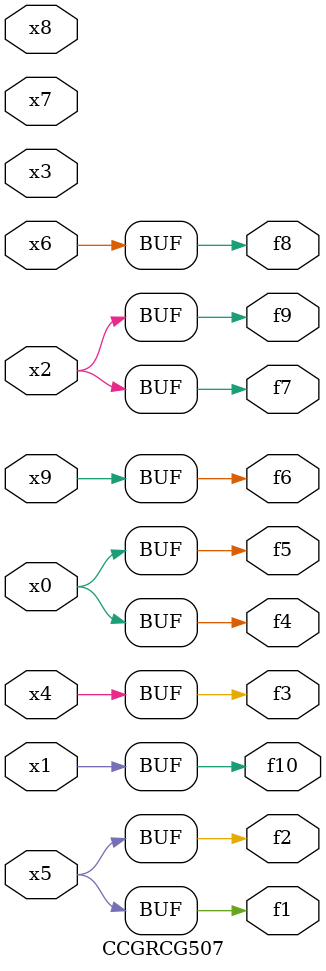
<source format=v>
module CCGRCG507(
	input x0, x1, x2, x3, x4, x5, x6, x7, x8, x9,
	output f1, f2, f3, f4, f5, f6, f7, f8, f9, f10
);
	assign f1 = x5;
	assign f2 = x5;
	assign f3 = x4;
	assign f4 = x0;
	assign f5 = x0;
	assign f6 = x9;
	assign f7 = x2;
	assign f8 = x6;
	assign f9 = x2;
	assign f10 = x1;
endmodule

</source>
